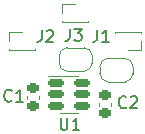
<source format=gto>
G04 #@! TF.GenerationSoftware,KiCad,Pcbnew,(7.0.0)*
G04 #@! TF.CreationDate,2024-02-11T00:03:20+02:00*
G04 #@! TF.ProjectId,cap-touch-sensor,6361702d-746f-4756-9368-2d73656e736f,rev?*
G04 #@! TF.SameCoordinates,Original*
G04 #@! TF.FileFunction,Legend,Top*
G04 #@! TF.FilePolarity,Positive*
%FSLAX46Y46*%
G04 Gerber Fmt 4.6, Leading zero omitted, Abs format (unit mm)*
G04 Created by KiCad (PCBNEW (7.0.0)) date 2024-02-11 00:03:20*
%MOMM*%
%LPD*%
G01*
G04 APERTURE LIST*
G04 Aperture macros list*
%AMRoundRect*
0 Rectangle with rounded corners*
0 $1 Rounding radius*
0 $2 $3 $4 $5 $6 $7 $8 $9 X,Y pos of 4 corners*
0 Add a 4 corners polygon primitive as box body*
4,1,4,$2,$3,$4,$5,$6,$7,$8,$9,$2,$3,0*
0 Add four circle primitives for the rounded corners*
1,1,$1+$1,$2,$3*
1,1,$1+$1,$4,$5*
1,1,$1+$1,$6,$7*
1,1,$1+$1,$8,$9*
0 Add four rect primitives between the rounded corners*
20,1,$1+$1,$2,$3,$4,$5,0*
20,1,$1+$1,$4,$5,$6,$7,0*
20,1,$1+$1,$6,$7,$8,$9,0*
20,1,$1+$1,$8,$9,$2,$3,0*%
%AMFreePoly0*
4,1,19,0.500000,-0.750000,0.000000,-0.750000,0.000000,-0.744911,-0.071157,-0.744911,-0.207708,-0.704816,-0.327430,-0.627875,-0.420627,-0.520320,-0.479746,-0.390866,-0.500000,-0.250000,-0.500000,0.250000,-0.479746,0.390866,-0.420627,0.520320,-0.327430,0.627875,-0.207708,0.704816,-0.071157,0.744911,0.000000,0.744911,0.000000,0.750000,0.500000,0.750000,0.500000,-0.750000,0.500000,-0.750000,
$1*%
%AMFreePoly1*
4,1,19,0.000000,0.744911,0.071157,0.744911,0.207708,0.704816,0.327430,0.627875,0.420627,0.520320,0.479746,0.390866,0.500000,0.250000,0.500000,-0.250000,0.479746,-0.390866,0.420627,-0.520320,0.327430,-0.627875,0.207708,-0.704816,0.071157,-0.744911,0.000000,-0.744911,0.000000,-0.750000,-0.500000,-0.750000,-0.500000,0.750000,0.000000,0.750000,0.000000,0.744911,0.000000,0.744911,
$1*%
G04 Aperture macros list end*
%ADD10C,0.150000*%
%ADD11C,0.120000*%
%ADD12R,1.000000X1.000000*%
%ADD13FreePoly0,0.000000*%
%ADD14FreePoly1,0.000000*%
%ADD15RoundRect,0.225000X-0.250000X0.225000X-0.250000X-0.225000X0.250000X-0.225000X0.250000X0.225000X0*%
%ADD16RoundRect,0.225000X0.250000X-0.225000X0.250000X0.225000X-0.250000X0.225000X-0.250000X-0.225000X0*%
%ADD17RoundRect,0.150000X-0.512500X-0.150000X0.512500X-0.150000X0.512500X0.150000X-0.512500X0.150000X0*%
G04 APERTURE END LIST*
D10*
X7066666Y-2567380D02*
X7066666Y-3281666D01*
X7066666Y-3281666D02*
X7019047Y-3424523D01*
X7019047Y-3424523D02*
X6923809Y-3519761D01*
X6923809Y-3519761D02*
X6780952Y-3567380D01*
X6780952Y-3567380D02*
X6685714Y-3567380D01*
X7447619Y-2567380D02*
X8066666Y-2567380D01*
X8066666Y-2567380D02*
X7733333Y-2948333D01*
X7733333Y-2948333D02*
X7876190Y-2948333D01*
X7876190Y-2948333D02*
X7971428Y-2995952D01*
X7971428Y-2995952D02*
X8019047Y-3043571D01*
X8019047Y-3043571D02*
X8066666Y-3138809D01*
X8066666Y-3138809D02*
X8066666Y-3376904D01*
X8066666Y-3376904D02*
X8019047Y-3472142D01*
X8019047Y-3472142D02*
X7971428Y-3519761D01*
X7971428Y-3519761D02*
X7876190Y-3567380D01*
X7876190Y-3567380D02*
X7590476Y-3567380D01*
X7590476Y-3567380D02*
X7495238Y-3519761D01*
X7495238Y-3519761D02*
X7447619Y-3472142D01*
X4666666Y-2667380D02*
X4666666Y-3381666D01*
X4666666Y-3381666D02*
X4619047Y-3524523D01*
X4619047Y-3524523D02*
X4523809Y-3619761D01*
X4523809Y-3619761D02*
X4380952Y-3667380D01*
X4380952Y-3667380D02*
X4285714Y-3667380D01*
X5095238Y-2762619D02*
X5142857Y-2715000D01*
X5142857Y-2715000D02*
X5238095Y-2667380D01*
X5238095Y-2667380D02*
X5476190Y-2667380D01*
X5476190Y-2667380D02*
X5571428Y-2715000D01*
X5571428Y-2715000D02*
X5619047Y-2762619D01*
X5619047Y-2762619D02*
X5666666Y-2857857D01*
X5666666Y-2857857D02*
X5666666Y-2953095D01*
X5666666Y-2953095D02*
X5619047Y-3095952D01*
X5619047Y-3095952D02*
X5047619Y-3667380D01*
X5047619Y-3667380D02*
X5666666Y-3667380D01*
X9366666Y-2667380D02*
X9366666Y-3381666D01*
X9366666Y-3381666D02*
X9319047Y-3524523D01*
X9319047Y-3524523D02*
X9223809Y-3619761D01*
X9223809Y-3619761D02*
X9080952Y-3667380D01*
X9080952Y-3667380D02*
X8985714Y-3667380D01*
X10366666Y-3667380D02*
X9795238Y-3667380D01*
X10080952Y-3667380D02*
X10080952Y-2667380D01*
X10080952Y-2667380D02*
X9985714Y-2810238D01*
X9985714Y-2810238D02*
X9890476Y-2905476D01*
X9890476Y-2905476D02*
X9795238Y-2953095D01*
X11833333Y-9172142D02*
X11785714Y-9219761D01*
X11785714Y-9219761D02*
X11642857Y-9267380D01*
X11642857Y-9267380D02*
X11547619Y-9267380D01*
X11547619Y-9267380D02*
X11404762Y-9219761D01*
X11404762Y-9219761D02*
X11309524Y-9124523D01*
X11309524Y-9124523D02*
X11261905Y-9029285D01*
X11261905Y-9029285D02*
X11214286Y-8838809D01*
X11214286Y-8838809D02*
X11214286Y-8695952D01*
X11214286Y-8695952D02*
X11261905Y-8505476D01*
X11261905Y-8505476D02*
X11309524Y-8410238D01*
X11309524Y-8410238D02*
X11404762Y-8315000D01*
X11404762Y-8315000D02*
X11547619Y-8267380D01*
X11547619Y-8267380D02*
X11642857Y-8267380D01*
X11642857Y-8267380D02*
X11785714Y-8315000D01*
X11785714Y-8315000D02*
X11833333Y-8362619D01*
X12214286Y-8362619D02*
X12261905Y-8315000D01*
X12261905Y-8315000D02*
X12357143Y-8267380D01*
X12357143Y-8267380D02*
X12595238Y-8267380D01*
X12595238Y-8267380D02*
X12690476Y-8315000D01*
X12690476Y-8315000D02*
X12738095Y-8362619D01*
X12738095Y-8362619D02*
X12785714Y-8457857D01*
X12785714Y-8457857D02*
X12785714Y-8553095D01*
X12785714Y-8553095D02*
X12738095Y-8695952D01*
X12738095Y-8695952D02*
X12166667Y-9267380D01*
X12166667Y-9267380D02*
X12785714Y-9267380D01*
X2133333Y-8622142D02*
X2085714Y-8669761D01*
X2085714Y-8669761D02*
X1942857Y-8717380D01*
X1942857Y-8717380D02*
X1847619Y-8717380D01*
X1847619Y-8717380D02*
X1704762Y-8669761D01*
X1704762Y-8669761D02*
X1609524Y-8574523D01*
X1609524Y-8574523D02*
X1561905Y-8479285D01*
X1561905Y-8479285D02*
X1514286Y-8288809D01*
X1514286Y-8288809D02*
X1514286Y-8145952D01*
X1514286Y-8145952D02*
X1561905Y-7955476D01*
X1561905Y-7955476D02*
X1609524Y-7860238D01*
X1609524Y-7860238D02*
X1704762Y-7765000D01*
X1704762Y-7765000D02*
X1847619Y-7717380D01*
X1847619Y-7717380D02*
X1942857Y-7717380D01*
X1942857Y-7717380D02*
X2085714Y-7765000D01*
X2085714Y-7765000D02*
X2133333Y-7812619D01*
X3085714Y-8717380D02*
X2514286Y-8717380D01*
X2800000Y-8717380D02*
X2800000Y-7717380D01*
X2800000Y-7717380D02*
X2704762Y-7860238D01*
X2704762Y-7860238D02*
X2609524Y-7955476D01*
X2609524Y-7955476D02*
X2514286Y-8003095D01*
X6288095Y-10117380D02*
X6288095Y-10926904D01*
X6288095Y-10926904D02*
X6335714Y-11022142D01*
X6335714Y-11022142D02*
X6383333Y-11069761D01*
X6383333Y-11069761D02*
X6478571Y-11117380D01*
X6478571Y-11117380D02*
X6669047Y-11117380D01*
X6669047Y-11117380D02*
X6764285Y-11069761D01*
X6764285Y-11069761D02*
X6811904Y-11022142D01*
X6811904Y-11022142D02*
X6859523Y-10926904D01*
X6859523Y-10926904D02*
X6859523Y-10117380D01*
X7859523Y-11117380D02*
X7288095Y-11117380D01*
X7573809Y-11117380D02*
X7573809Y-10117380D01*
X7573809Y-10117380D02*
X7478571Y-10260238D01*
X7478571Y-10260238D02*
X7383333Y-10355476D01*
X7383333Y-10355476D02*
X7288095Y-10403095D01*
D11*
X6390000Y-1960000D02*
X6390000Y-1895000D01*
X8063471Y-1960000D02*
X8610000Y-1960000D01*
X6390000Y-1200000D02*
X6390000Y-440000D01*
X6390000Y-1960000D02*
X6936529Y-1960000D01*
X8610000Y-1960000D02*
X8610000Y-1895000D01*
X6390000Y-1960000D02*
X8610000Y-1960000D01*
X6390000Y-440000D02*
X7500000Y-440000D01*
X1890000Y-4360000D02*
X1890000Y-4295000D01*
X3563471Y-4360000D02*
X4110000Y-4360000D01*
X1890000Y-3600000D02*
X1890000Y-2840000D01*
X1890000Y-4360000D02*
X2436529Y-4360000D01*
X4110000Y-4360000D02*
X4110000Y-4295000D01*
X1890000Y-4360000D02*
X4110000Y-4360000D01*
X1890000Y-2840000D02*
X3000000Y-2840000D01*
X13110000Y-2840000D02*
X13110000Y-2905000D01*
X11436529Y-2840000D02*
X10890000Y-2840000D01*
X13110000Y-3600000D02*
X13110000Y-4360000D01*
X13110000Y-2840000D02*
X12563471Y-2840000D01*
X10890000Y-2840000D02*
X10890000Y-2905000D01*
X13110000Y-2840000D02*
X10890000Y-2840000D01*
X13110000Y-4360000D02*
X12000000Y-4360000D01*
X6850000Y-4150000D02*
X8250000Y-4150000D01*
X8250000Y-6150000D02*
X6850000Y-6150000D01*
X8950000Y-4850000D02*
X8950000Y-5450000D01*
X6150000Y-5450000D02*
X6150000Y-4850000D01*
X8950000Y-4850000D02*
G75*
G03*
X8250000Y-4150000I-700000J0D01*
G01*
X6850000Y-4150000D02*
G75*
G03*
X6150000Y-4850000I-1J-699999D01*
G01*
X6150000Y-5450000D02*
G75*
G03*
X6850000Y-6150000I699999J-1D01*
G01*
X8250000Y-6150000D02*
G75*
G03*
X8950000Y-5450000I0J700000D01*
G01*
X9540000Y-8809420D02*
X9540000Y-9090580D01*
X10560000Y-8809420D02*
X10560000Y-9090580D01*
X4460000Y-8490580D02*
X4460000Y-8209420D01*
X3440000Y-8490580D02*
X3440000Y-8209420D01*
X9600000Y-6350000D02*
X9600000Y-5750000D01*
X10300000Y-5050000D02*
X11700000Y-5050000D01*
X11700000Y-7050000D02*
X10300000Y-7050000D01*
X12400000Y-5750000D02*
X12400000Y-6350000D01*
X10300000Y-5050000D02*
G75*
G03*
X9600000Y-5750000I-1J-699999D01*
G01*
X9600000Y-6350000D02*
G75*
G03*
X10300000Y-7050000I699999J-1D01*
G01*
X12400000Y-5750000D02*
G75*
G03*
X11700000Y-5050000I-700000J0D01*
G01*
X11700000Y-7050000D02*
G75*
G03*
X12400000Y-6350000I0J700000D01*
G01*
X6984900Y-6556000D02*
X5184900Y-6556000D01*
X6984900Y-6556000D02*
X7784900Y-6556000D01*
X6984900Y-9676000D02*
X6184900Y-9676000D01*
X6984900Y-9676000D02*
X7784900Y-9676000D01*
%LPC*%
D12*
X7499999Y-1199999D03*
X2999999Y-3599999D03*
X11999999Y-3599999D03*
D13*
X6900000Y-5150000D03*
D14*
X8200000Y-5150000D03*
D15*
X10050000Y-8175000D03*
X10050000Y-9725000D03*
D16*
X3950000Y-9125000D03*
X3950000Y-7575000D03*
D13*
X10350000Y-6050000D03*
D14*
X11650000Y-6050000D03*
D17*
X5847400Y-7166000D03*
X5847400Y-8116000D03*
X5847400Y-9066000D03*
X8122400Y-9066000D03*
X8122400Y-8116000D03*
X8122400Y-7166000D03*
M02*

</source>
